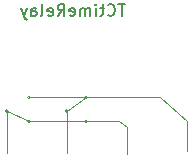
<source format=gbr>
%TF.GenerationSoftware,KiCad,Pcbnew,(5.1.12)-1*%
%TF.CreationDate,2022-02-01T13:32:49+01:00*%
%TF.ProjectId,trainCatcherRelay,74726169-6e43-4617-9463-68657252656c,rev?*%
%TF.SameCoordinates,Original*%
%TF.FileFunction,Legend,Bot*%
%TF.FilePolarity,Positive*%
%FSLAX46Y46*%
G04 Gerber Fmt 4.6, Leading zero omitted, Abs format (unit mm)*
G04 Created by KiCad (PCBNEW (5.1.12)-1) date 2022-02-01 13:32:49*
%MOMM*%
%LPD*%
G01*
G04 APERTURE LIST*
%ADD10C,0.120000*%
%ADD11C,0.150000*%
G04 APERTURE END LIST*
D10*
X141224000Y43942000D02*
X130556000Y43942000D01*
X143510000Y41910000D02*
X141224000Y43942000D01*
X143510000Y39370000D02*
X143510000Y41910000D01*
X137795000Y41910000D02*
X130556000Y41910000D01*
X138430000Y41402000D02*
X137795000Y41910000D01*
X138430000Y39116000D02*
X138430000Y41402000D01*
X128270000Y42799000D02*
X130175000Y41910000D01*
X133350000Y42799000D02*
X135001000Y43942000D01*
X135128000Y43942000D02*
G75*
G03*
X135128000Y43942000I-127000J0D01*
G01*
X135128000Y41910000D02*
G75*
G03*
X135128000Y41910000I-127000J0D01*
G01*
X133477000Y42799000D02*
G75*
G03*
X133477000Y42799000I-127000J0D01*
G01*
X130302000Y41910000D02*
G75*
G03*
X130302000Y41910000I-127000J0D01*
G01*
X128397000Y42799000D02*
G75*
G03*
X128397000Y42799000I-127000J0D01*
G01*
X130302000Y43942000D02*
G75*
G03*
X130302000Y43942000I-127000J0D01*
G01*
X130302000Y41910000D02*
X130175000Y41910000D01*
X130556000Y41910000D02*
X130302000Y41910000D01*
X130556000Y43942000D02*
X130175000Y43942000D01*
X128270000Y42799000D02*
X128270000Y39243000D01*
X133350000Y39243000D02*
X133350000Y42799000D01*
D11*
X138286571Y51855619D02*
X137715142Y51855619D01*
X138000857Y50855619D02*
X138000857Y51855619D01*
X136810380Y50950857D02*
X136858000Y50903238D01*
X137000857Y50855619D01*
X137096095Y50855619D01*
X137238952Y50903238D01*
X137334190Y50998476D01*
X137381809Y51093714D01*
X137429428Y51284190D01*
X137429428Y51427047D01*
X137381809Y51617523D01*
X137334190Y51712761D01*
X137238952Y51808000D01*
X137096095Y51855619D01*
X137000857Y51855619D01*
X136858000Y51808000D01*
X136810380Y51760380D01*
X136524666Y51522285D02*
X136143714Y51522285D01*
X136381809Y51855619D02*
X136381809Y50998476D01*
X136334190Y50903238D01*
X136238952Y50855619D01*
X136143714Y50855619D01*
X135810380Y50855619D02*
X135810380Y51522285D01*
X135810380Y51855619D02*
X135858000Y51808000D01*
X135810380Y51760380D01*
X135762761Y51808000D01*
X135810380Y51855619D01*
X135810380Y51760380D01*
X135334190Y50855619D02*
X135334190Y51522285D01*
X135334190Y51427047D02*
X135286571Y51474666D01*
X135191333Y51522285D01*
X135048476Y51522285D01*
X134953238Y51474666D01*
X134905619Y51379428D01*
X134905619Y50855619D01*
X134905619Y51379428D02*
X134858000Y51474666D01*
X134762761Y51522285D01*
X134619904Y51522285D01*
X134524666Y51474666D01*
X134477047Y51379428D01*
X134477047Y50855619D01*
X133619904Y50903238D02*
X133715142Y50855619D01*
X133905619Y50855619D01*
X134000857Y50903238D01*
X134048476Y50998476D01*
X134048476Y51379428D01*
X134000857Y51474666D01*
X133905619Y51522285D01*
X133715142Y51522285D01*
X133619904Y51474666D01*
X133572285Y51379428D01*
X133572285Y51284190D01*
X134048476Y51188952D01*
X132572285Y50855619D02*
X132905619Y51331809D01*
X133143714Y50855619D02*
X133143714Y51855619D01*
X132762761Y51855619D01*
X132667523Y51808000D01*
X132619904Y51760380D01*
X132572285Y51665142D01*
X132572285Y51522285D01*
X132619904Y51427047D01*
X132667523Y51379428D01*
X132762761Y51331809D01*
X133143714Y51331809D01*
X131762761Y50903238D02*
X131858000Y50855619D01*
X132048476Y50855619D01*
X132143714Y50903238D01*
X132191333Y50998476D01*
X132191333Y51379428D01*
X132143714Y51474666D01*
X132048476Y51522285D01*
X131858000Y51522285D01*
X131762761Y51474666D01*
X131715142Y51379428D01*
X131715142Y51284190D01*
X132191333Y51188952D01*
X131143714Y50855619D02*
X131238952Y50903238D01*
X131286571Y50998476D01*
X131286571Y51855619D01*
X130334190Y50855619D02*
X130334190Y51379428D01*
X130381809Y51474666D01*
X130477047Y51522285D01*
X130667523Y51522285D01*
X130762761Y51474666D01*
X130334190Y50903238D02*
X130429428Y50855619D01*
X130667523Y50855619D01*
X130762761Y50903238D01*
X130810380Y50998476D01*
X130810380Y51093714D01*
X130762761Y51188952D01*
X130667523Y51236571D01*
X130429428Y51236571D01*
X130334190Y51284190D01*
X129953238Y51522285D02*
X129715142Y50855619D01*
X129477047Y51522285D02*
X129715142Y50855619D01*
X129810380Y50617523D01*
X129858000Y50569904D01*
X129953238Y50522285D01*
M02*

</source>
